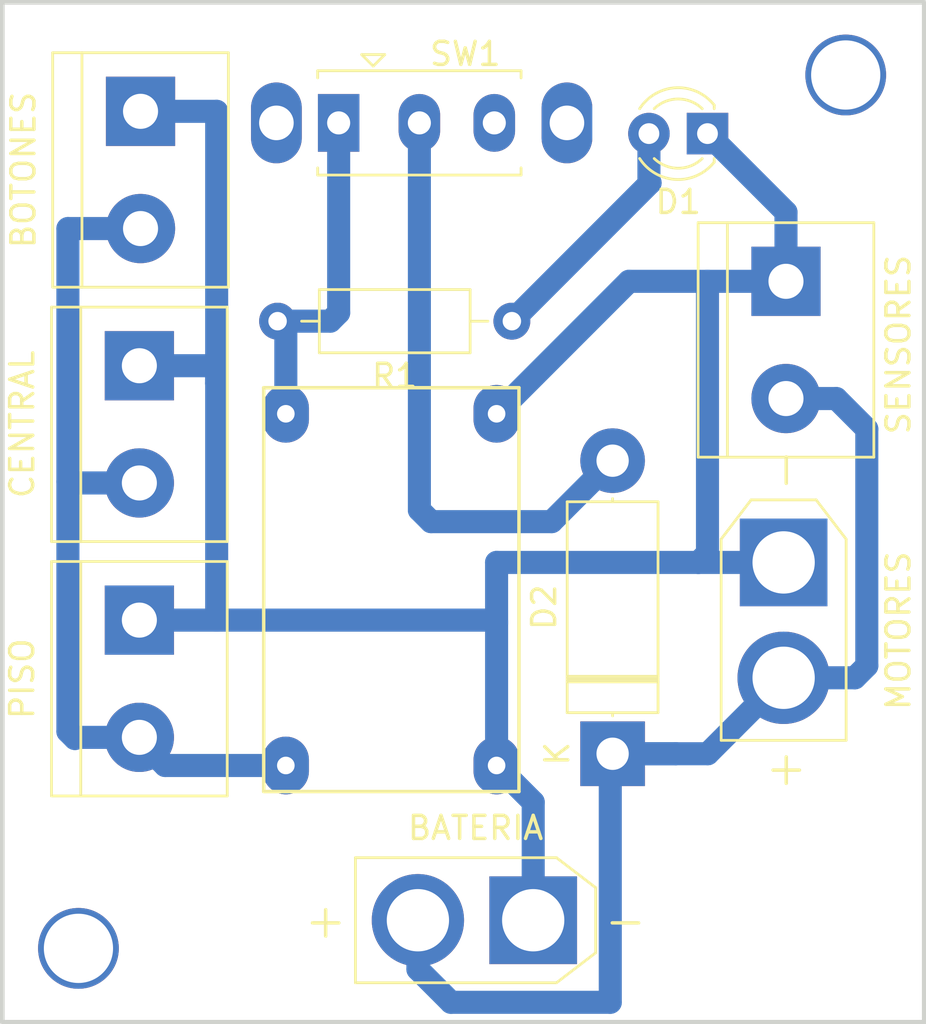
<source format=kicad_pcb>
(kicad_pcb (version 20211014) (generator pcbnew)
  (layers (0 "F.Cu" signal) (31 "B.Cu" signal) (34 "B.Paste" user) (35 "F.Paste" user) (36 "B.SilkS" user "B.Silkscreen") (37 "F.SilkS" user "F.Silkscreen") (38 "B.Mask" user) (39 "F.Mask" user) (44 "Edge.Cuts" user))
  (net 0 "")
  (net 1 "GND")
  (net 2 "Net-(D1-Pad2)")
  (net 3 "/VCC")
  (net 4 "Net-(D2-Pad2)")
  (net 5 "/VIN")
  (net 7 "/5v")
  (footprint "TerminalBlock:TerminalBlock_bornier-2_P5.08mm" (layer "F.Cu") (at 19.1516 53.4416 -90)
    (fp_text reference "J3" hide)
    (fp_text value "BOTONES" (at 2.54 5.08 90) (layer "F.SilkS"))
    (fp_line (start -2.54 -3.81) (end -2.54 3.81) (layer "F.SilkS") (width 0.12))
    (fp_line (start 7.62 -3.81) (end -2.54 -3.81) (layer "F.SilkS") (width 0.12))
    (fp_line (start 7.62 3.81) (end 7.62 -3.81) (layer "F.SilkS") (width 0.12))
    (fp_line (start -2.54 3.81) (end 7.62 3.81) (layer "F.SilkS") (width 0.12))
    (fp_line (start 7.62 2.54) (end -2.54 2.54) (layer "F.SilkS") (width 0.12))
    (pad "1" thru_hole rect (at 0 0 270) (size 3 3) (drill 1.52) (layers *.Cu *.Mask) (net 1 "GND"))
    (pad "2" thru_hole circle (at 5.08 0 270) (size 3 3) (drill 1.52) (layers *.Cu *.Mask) (net 7 "/5v"))
  )
  (footprint "Connector_AMASS:AMASS_XT30U-F_1x02_P5.0mm_Vertical" (layer "F.Cu") (at 47.0408 72.9888 -90)
    (fp_text reference "J2" hide)
    (fp_text value "MOTORES" (at 2.9572 -4.9784 -90) (layer "F.SilkS"))
    (fp_text user "+" (at 9 0 90) (layer "F.SilkS") (effects (font (size 1.5 1.5))))
    (fp_text user "-" (at -4 0 90) (layer "F.SilkS") (effects (font (size 1.5 1.5))))
    (fp_line (start -1.01 -2.71) (end 7.71 -2.71) (layer "F.SilkS") (width 0.12))
    (fp_line (start 7.71 -2.71) (end 7.71 2.71) (layer "F.SilkS") (width 0.12))
    (fp_line (start -2.71 -1.41) (end -2.71 1.41) (layer "F.SilkS") (width 0.12))
    (fp_line (start -2.71 1.41) (end -1.01 2.71) (layer "F.SilkS") (width 0.12))
    (fp_line (start -1.01 2.71) (end 7.71 2.71) (layer "F.SilkS") (width 0.12))
    (fp_line (start -2.71 -1.41) (end -1.01 -2.71) (layer "F.SilkS") (width 0.12))
    (pad "1" thru_hole rect (at 0 0 270) (size 3.8 3.8) (drill 2.7) (layers *.Cu *.Mask) (net 1 "GND"))
    (pad "2" thru_hole circle (at 5 0 270) (size 4 4) (drill 2.7) (layers *.Cu *.Mask) (net 3 "/VCC"))
  )
  (footprint "Connector_AMASS:AMASS_XT30U-F_1x02_P5.0mm_Vertical" (layer "F.Cu") (at 36.1804 88.4936 180)
    (fp_text reference "J6" hide)
    (fp_text value "BATERIA" (at 2.5 4) (layer "F.SilkS"))
    (fp_text user "-" (at -4 0) (layer "F.SilkS") (effects (font (size 1.5 1.5))))
    (fp_text user "+" (at 9 0) (layer "F.SilkS") (effects (font (size 1.5 1.5))))
    (fp_line (start -2.71 1.41) (end -1.01 2.71) (layer "F.SilkS") (width 0.12))
    (fp_line (start -1.01 2.71) (end 7.71 2.71) (layer "F.SilkS") (width 0.12))
    (fp_line (start 7.71 -2.71) (end 7.71 2.71) (layer "F.SilkS") (width 0.12))
    (fp_line (start -1.01 -2.71) (end 7.71 -2.71) (layer "F.SilkS") (width 0.12))
    (fp_line (start -2.71 -1.41) (end -1.01 -2.71) (layer "F.SilkS") (width 0.12))
    (fp_line (start -2.71 -1.41) (end -2.71 1.41) (layer "F.SilkS") (width 0.12))
    (pad "1" thru_hole rect (at 0 0 180) (size 3.8 3.8) (drill 2.7) (layers *.Cu *.Mask) (net 1 "GND"))
    (pad "2" thru_hole circle (at 5 0 180) (size 4 4) (drill 2.7) (layers *.Cu *.Mask) (net 3 "/VCC"))
  )
  (footprint "Button_Switch_THT:SW_Slide_1P2T_CK_OS102011MS2Q" (layer "F.Cu") (at 29.2436 53.9423)
    (fp_text reference "SW1" (at 3.99 -2.99) (layer "F.SilkS"))
    (fp_text value "SW_DPDT_x2")
    (fp_line (start -2.41 2.26) (end -2.41 1.95) (layer "F.SilkS") (width 0.12))
    (fp_line (start -2.41 -2.26) (end 6.41 -2.26) (layer "F.SilkS") (width 0.12))
    (fp_line (start -2.41 -1.95) (end -2.41 -2.26) (layer "F.SilkS") (width 0.12))
    (fp_line (start 6.41 -2.26) (end 6.41 -1.95) (layer "F.SilkS") (width 0.12))
    (fp_line (start 6.41 2.26) (end 6.41 1.95) (layer "F.SilkS") (width 0.12))
    (fp_line (start 0 -2.46) (end 0.5 -2.96) (layer "F.SilkS") (width 0.12))
    (fp_line (start -0.5 -2.96) (end 0 -2.46) (layer "F.SilkS") (width 0.12))
    (fp_line (start 0.5 -2.96) (end -0.5 -2.96) (layer "F.SilkS") (width 0.12))
    (fp_line (start 6.41 2.26) (end -2.41 2.26) (layer "F.SilkS") (width 0.12))
    (pad "" thru_hole oval (at -4.2 0) (size 2.2 3.5) (drill 1.5) (layers *.Cu *.Mask))
    (pad "" thru_hole oval (at 8.4 0) (size 2.2 3.5) (drill 1.5) (layers *.Cu *.Mask))
    (pad "1" thru_hole rect (at -1.5 0) (size 1.8 2.5) (drill 1) (layers *.Cu *.Mask) (net 5 "/VIN"))
    (pad "2" thru_hole oval (at 2 0) (size 1.8 2.5) (drill 1) (layers *.Cu *.Mask) (net 4 "Net-(D2-Pad2)"))
    (pad "3" thru_hole oval (at 5.25 0) (size 1.8 2.5) (drill 1) (layers *.Cu *.Mask))
  )
  (footprint "LED_THT:LED_D3.0mm" (layer "F.Cu") (at 43.7388 54.4068 180)
    (fp_text reference "D1" (at 1.27 -2.96) (layer "F.SilkS"))
    (fp_text value "LED")
    (fp_line (start -0.29 1.08) (end -0.29 1.236) (layer "F.SilkS") (width 0.12))
    (fp_line (start -0.29 -1.236) (end -0.29 -1.08) (layer "F.SilkS") (width 0.12))
    (fp_arc (start 0.229039 -1.08) (mid 1.270117 -1.5) (end 2.31113 -1.079837) (layer "F.SilkS") (width 0.12))
    (fp_arc (start 2.942335 1.078608) (mid 1.366487 1.987659) (end -0.29 1.235516) (layer "F.SilkS") (width 0.12))
    (fp_arc (start -0.29 -1.235516) (mid 1.366487 -1.987659) (end 2.942335 -1.078608) (layer "F.SilkS") (width 0.12))
    (fp_arc (start 2.31113 1.079837) (mid 1.270117 1.5) (end 0.229039 1.08) (layer "F.SilkS") (width 0.12))
    (pad "1" thru_hole rect (at 0 0 180) (size 1.8 1.8) (drill 0.9) (layers *.Cu *.Mask) (net 1 "GND"))
    (pad "2" thru_hole circle (at 2.54 0 180) (size 1.8 1.8) (drill 0.9) (layers *.Cu *.Mask) (net 2 "Net-(D1-Pad2)"))
  )
  (footprint "TerminalBlock:TerminalBlock_bornier-2_P5.08mm" (layer "F.Cu") (at 19.1008 64.4652 -90)
    (fp_text reference "J4" hide)
    (fp_text value "CENTRAL" (at 2.54 5.08 90) (layer "F.SilkS"))
    (fp_line (start 7.62 -3.81) (end -2.54 -3.81) (layer "F.SilkS") (width 0.12))
    (fp_line (start 7.62 3.81) (end 7.62 -3.81) (layer "F.SilkS") (width 0.12))
    (fp_line (start 7.62 2.54) (end -2.54 2.54) (layer "F.SilkS") (width 0.12))
    (fp_line (start -2.54 -3.81) (end -2.54 3.81) (layer "F.SilkS") (width 0.12))
    (fp_line (start -2.54 3.81) (end 7.62 3.81) (layer "F.SilkS") (width 0.12))
    (pad "1" thru_hole rect (at 0 0 270) (size 3 3) (drill 1.52) (layers *.Cu *.Mask) (net 1 "GND"))
    (pad "2" thru_hole circle (at 5.08 0 270) (size 3 3) (drill 1.52) (layers *.Cu *.Mask) (net 7 "/5v"))
  )
  (footprint "Diode_THT:D_5W_P12.70mm_Horizontal" (layer "F.Cu") (at 39.624 81.28 90)
    (fp_text reference "D2" (at 6.35 -2.97 90) (layer "F.SilkS"))
    (fp_text value "DIODE")
    (fp_text user "K" (at 0 -2.4 90) (layer "F.SilkS"))
    (fp_line (start 3.115 -1.97) (end 3.115 1.97) (layer "F.SilkS") (width 0.12))
    (fp_line (start 1.64 0) (end 1.78 0) (layer "F.SilkS") (width 0.12))
    (fp_line (start 1.78 1.97) (end 10.92 1.97) (layer "F.SilkS") (width 0.12))
    (fp_line (start 3.355 -1.97) (end 3.355 1.97) (layer "F.SilkS") (width 0.12))
    (fp_line (start 10.92 1.97) (end 10.92 -1.97) (layer "F.SilkS") (width 0.12))
    (fp_line (start 1.78 -1.97) (end 1.78 1.97) (layer "F.SilkS") (width 0.12))
    (fp_line (start 3.235 -1.97) (end 3.235 1.97) (layer "F.SilkS") (width 0.12))
    (fp_line (start 11.06 0) (end 10.92 0) (layer "F.SilkS") (width 0.12))
    (fp_line (start 10.92 -1.97) (end 1.78 -1.97) (layer "F.SilkS") (width 0.12))
    (pad "1" thru_hole rect (at 0 0 90) (size 2.8 2.8) (drill 1.4) (layers *.Cu *.Mask) (net 3 "/VCC"))
    (pad "2" thru_hole oval (at 12.7 0 90) (size 2.8 2.8) (drill 1.4) (layers *.Cu *.Mask) (net 4 "Net-(D2-Pad2)"))
  )
  (footprint "Resistor_THT:R_Axial_DIN0207_L6.3mm_D2.5mm_P10.16mm_Horizontal" (layer "F.Cu") (at 35.2552 62.5348 180)
    (fp_text reference "R1" (at 5.08 -2.37) (layer "F.SilkS"))
    (fp_text value "R")
    (fp_line (start 8.35 1.37) (end 8.35 -1.37) (layer "F.SilkS") (width 0.12))
    (fp_line (start 1.81 -1.37) (end 1.81 1.37) (layer "F.SilkS") (width 0.12))
    (fp_line (start 1.81 1.37) (end 8.35 1.37) (layer "F.SilkS") (width 0.12))
    (fp_line (start 8.35 -1.37) (end 1.81 -1.37) (layer "F.SilkS") (width 0.12))
    (fp_line (start 9.12 0) (end 8.35 0) (layer "F.SilkS") (width 0.12))
    (fp_line (start 1.04 0) (end 1.81 0) (layer "F.SilkS") (width 0.12))
    (pad "1" thru_hole circle (at 0 0 180) (size 1.6 1.6) (drill 0.8) (layers *.Cu *.Mask) (net 2 "Net-(D1-Pad2)"))
    (pad "2" thru_hole oval (at 10.16 0 180) (size 1.6 1.6) (drill 0.8) (layers *.Cu *.Mask) (net 5 "/VIN"))
  )
  (footprint "Mini360_step-down:Mini360_step-down" (layer "F.Cu") (at 30.0228 74.168 -90)
    (fp_text reference "U1" hide)
    (fp_text value "Mini360")
    (fp_line (start -8.75 -5.54) (end -8.75 5.53) (layer "F.SilkS") (width 0.15))
    (fp_line (start 8.75 5.53) (end -8.75 5.53) (layer "F.SilkS") (width 0.15))
    (fp_line (start 8.75 5.53) (end 8.75 -5.54) (layer "F.SilkS") (width 0.15))
    (fp_line (start -8.75 -5.54) (end 8.75 -5.54) (layer "F.SilkS") (width 0.15))
    (pad "1" thru_hole oval locked (at -7.62 -4.57 270) (size 2.5 2) (drill 0.762) (layers *.Cu *.Mask) (net 1 "GND"))
    (pad "2" thru_hole oval locked (at -7.62 4.57 270) (size 2.5 2) (drill 0.762) (layers *.Cu *.Mask) (net 5 "/VIN"))
    (pad "3" thru_hole oval locked (at 7.62 -4.57 270) (size 2.5 2) (drill 0.762) (layers *.Cu *.Mask) (net 1 "GND"))
    (pad "4" thru_hole oval locked (at 7.62 4.57 270) (size 2.5 2) (drill 0.762) (layers *.Cu *.Mask) (net 7 "/5v"))
  )
  (footprint "TerminalBlock:TerminalBlock_bornier-2_P5.08mm" (layer "F.Cu") (at 47.1424 60.8076 -90)
    (fp_text reference "J1" hide)
    (fp_text value "SENSORES" (at 2.7432 -4.8768 90) (layer "F.SilkS"))
    (fp_line (start 7.62 2.54) (end -2.54 2.54) (layer "F.SilkS") (width 0.12))
    (fp_line (start -2.54 3.81) (end 7.62 3.81) (layer "F.SilkS") (width 0.12))
    (fp_line (start 7.62 -3.81) (end -2.54 -3.81) (layer "F.SilkS") (width 0.12))
    (fp_line (start 7.62 3.81) (end 7.62 -3.81) (layer "F.SilkS") (width 0.12))
    (fp_line (start -2.54 -3.81) (end -2.54 3.81) (layer "F.SilkS") (width 0.12))
    (pad "1" thru_hole rect (at 0 0 270) (size 3 3) (drill 1.52) (layers *.Cu *.Mask) (net 1 "GND"))
    (pad "2" thru_hole circle (at 5.08 0 270) (size 3 3) (drill 1.52) (layers *.Cu *.Mask) (net 3 "/VCC"))
  )
  (footprint "TerminalBlock:TerminalBlock_bornier-2_P5.08mm" (layer "F.Cu") (at 19.1008 75.4888 -90)
    (fp_text reference "J5" hide)
    (fp_text value "PISO" (at 2.54 5.08 90) (layer "F.SilkS"))
    (fp_line (start -2.54 -3.81) (end -2.54 3.81) (layer "F.SilkS") (width 0.12))
    (fp_line (start 7.62 2.54) (end -2.54 2.54) (layer "F.SilkS") (width 0.12))
    (fp_line (start 7.62 3.81) (end 7.62 -3.81) (layer "F.SilkS") (width 0.12))
    (fp_line (start 7.62 -3.81) (end -2.54 -3.81) (layer "F.SilkS") (width 0.12))
    (fp_line (start -2.54 3.81) (end 7.62 3.81) (layer "F.SilkS") (width 0.12))
    (pad "1" thru_hole rect (at 0 0 270) (size 3 3) (drill 1.52) (layers *.Cu *.Mask) (net 1 "GND"))
    (pad "2" thru_hole circle (at 5.08 0 270) (size 3 3) (drill 1.52) (layers *.Cu *.Mask) (net 7 "/5v"))
  )
  (gr_rect (start 13.1572 48.7172) (end 53.1368 92.9132) (layer "Edge.Cuts") (width 0.2) (fill none))
  (via (at 16.4592 89.7128) (size 3.5) (drill 3) (layers "F.Cu" "B.Cu") (net 0))
  (via (at 49.7332 51.8668) (size 3.5) (drill 3) (layers "F.Cu" "B.Cu") (net 0))
  (segment (start 36.1804 83.3756) (end 34.5928 81.788) (width 1) (layer "B.Cu") (net 1))
  (segment (start 34.584 81.7968) (end 34.5928 81.788) (width 1) (layer "B.Cu") (net 1))
  (segment (start 43.7388 60.8076) (end 47.1424 60.8076) (width 1) (layer "B.Cu") (net 1))
  (segment (start 22.4536 53.4416) (end 22.4536 65.2272) (width 1) (layer "B.Cu") (net 1))
  (segment (start 22.4536 65.2272) (end 22.4536 75.4888) (width 1) (layer "B.Cu") (net 1))
  (segment (start 34.5928 81.788) (end 34.5928 75.5884) (width 1) (layer "B.Cu") (net 1))
  (segment (start 43.7388 72.5932) (end 43.3432 72.9888) (width 1) (layer "B.Cu") (net 1))
  (segment (start 47.1424 60.8076) (end 47.1424 57.8104) (width 1) (layer "B.Cu") (net 1))
  (segment (start 34.5928 72.9888) (end 34.5928 75.5884) (width 1) (layer "B.Cu") (net 1))
  (segment (start 34.5928 66.548) (end 40.3332 60.8076) (width 1) (layer "B.Cu") (net 1))
  (segment (start 43.7388 60.8076) (end 43.7388 72.5932) (width 1) (layer "B.Cu") (net 1))
  (segment (start 34.4932 75.4888) (end 34.5928 75.5884) (width 1) (layer "B.Cu") (net 1))
  (segment (start 22.4536 75.4888) (end 34.4932 75.4888) (width 1) (layer "B.Cu") (net 1))
  (segment (start 47.0408 72.9888) (end 43.3432 72.9888) (width 1) (layer "B.Cu") (net 1))
  (segment (start 40.3332 60.8076) (end 43.7388 60.8076) (width 1) (layer "B.Cu") (net 1))
  (segment (start 36.1804 88.4936) (end 36.1804 83.3756) (width 1) (layer "B.Cu") (net 1))
  (segment (start 22.4536 64.5668) (end 22.4536 65.2272) (width 1) (layer "B.Cu") (net 1))
  (segment (start 22.352 64.4652) (end 22.4536 64.5668) (width 1) (layer "B.Cu") (net 1))
  (segment (start 47.1424 57.8104) (end 43.7388 54.4068) (width 1) (layer "B.Cu") (net 1))
  (segment (start 19.1008 64.4652) (end 22.352 64.4652) (width 1) (layer "B.Cu") (net 1))
  (segment (start 36.1804 88.5444) (end 37.2872 88.5444) (width 1) (layer "B.Cu") (net 1))
  (segment (start 43.3432 72.9888) (end 34.5928 72.9888) (width 1) (layer "B.Cu") (net 1))
  (segment (start 18.9992 75.4888) (end 22.4536 75.4888) (width 1) (layer "B.Cu") (net 1))
  (segment (start 19.1516 53.4416) (end 22.4536 53.4416) (width 1) (layer "B.Cu") (net 1))
  (segment (start 35.306 62.5856) (end 35.2552 62.5348) (width 1) (layer "B.Cu") (net 2))
  (segment (start 41.2496 56.5404) (end 41.1988 56.4896) (width 1) (layer "B.Cu") (net 2))
  (segment (start 41.1988 56.4896) (end 41.1988 54.4068) (width 1) (layer "B.Cu") (net 2))
  (segment (start 35.2552 62.5348) (end 41.2496 56.5404) (width 1) (layer "B.Cu") (net 2))
  (segment (start 39.5224 92.0496) (end 39.5224 81.28) (width 1) (layer "B.Cu") (net 3))
  (segment (start 43.7496 81.28) (end 47.0408 77.9888) (width 1) (layer "B.Cu") (net 3))
  (segment (start 39.624 81.28) (end 42.3672 81.28) (width 1) (layer "B.Cu") (net 3))
  (segment (start 39.5224 81.28) (end 42.3672 81.28) (width 1) (layer "B.Cu") (net 3))
  (segment (start 32.6136 92.0496) (end 39.5224 92.0496) (width 1) (layer "B.Cu") (net 3))
  (segment (start 47.0408 77.9888) (end 50.1288 77.9888) (width 1) (layer "B.Cu") (net 3))
  (segment (start 50.6476 77.47) (end 50.6476 67.2084) (width 1) (layer "B.Cu") (net 3))
  (segment (start 31.1804 90.6164) (end 32.6136 92.0496) (width 1) (layer "B.Cu") (net 3))
  (segment (start 50.6476 67.2084) (end 49.3268 65.8876) (width 1) (layer "B.Cu") (net 3))
  (segment (start 42.3672 81.28) (end 43.7496 81.28) (width 1) (layer "B.Cu") (net 3))
  (segment (start 50.1288 77.9888) (end 50.6476 77.47) (width 1) (layer "B.Cu") (net 3))
  (segment (start 49.3268 65.8876) (end 47.1424 65.8876) (width 1) (layer "B.Cu") (net 3))
  (segment (start 31.1804 88.4936) (end 31.1804 90.6164) (width 1) (layer "B.Cu") (net 3))
  (segment (start 31.2436 70.7152) (end 31.2436 53.9423) (width 1) (layer "B.Cu") (net 4))
  (segment (start 31.75 71.2216) (end 31.2436 70.7152) (width 1) (layer "B.Cu") (net 4))
  (segment (start 39.624 68.58) (end 36.9824 71.2216) (width 1) (layer "B.Cu") (net 4))
  (segment (start 36.9824 71.2216) (end 31.75 71.2216) (width 1) (layer "B.Cu") (net 4))
  (segment (start 39.624 68.7832) (end 39.624 68.58) (width 1) (layer "B.Cu") (net 4))
  (segment (start 27.3812 62.5348) (end 27.7436 62.1724) (width 1) (layer "B.Cu") (net 5))
  (segment (start 25.4528 66.548) (end 25.4528 62.8924) (width 1) (layer "B.Cu") (net 5))
  (segment (start 25.4528 62.8924) (end 25.0952 62.5348) (width 1) (layer "B.Cu") (net 5))
  (segment (start 27.7436 62.1724) (end 27.7436 53.9423) (width 1) (layer "B.Cu") (net 5))
  (segment (start 25.0952 62.5348) (end 27.3812 62.5348) (width 1) (layer "B.Cu") (net 5))
  (segment (start 16.3068 80.6196) (end 16.002 80.3148) (width 1) (layer "B.Cu") (net 7))
  (segment (start 18.9992 80.5688) (end 16.3576 80.5688) (width 1) (layer "B.Cu") (net 7))
  (segment (start 16.3576 80.5688) (end 16.3068 80.6196) (width 1) (layer "B.Cu") (net 7))
  (segment (start 16.0528 69.5452) (end 19.1008 69.5452) (width 1) (layer "B.Cu") (net 7))
  (segment (start 20.2184 81.788) (end 18.9992 80.5688) (width 1) (layer "B.Cu") (net 7))
  (segment (start 16.002 80.3148) (end 16.002 58.5216) (width 1) (layer "B.Cu") (net 7))
  (segment (start 16.002 58.5216) (end 19.1516 58.5216) (width 1) (layer "B.Cu") (net 7))
  (segment (start 16.002 69.4944) (end 16.0528 69.5452) (width 1) (layer "B.Cu") (net 7))
  (segment (start 25.4528 81.788) (end 20.2184 81.788) (width 1) (layer "B.Cu") (net 7))
)
</source>
